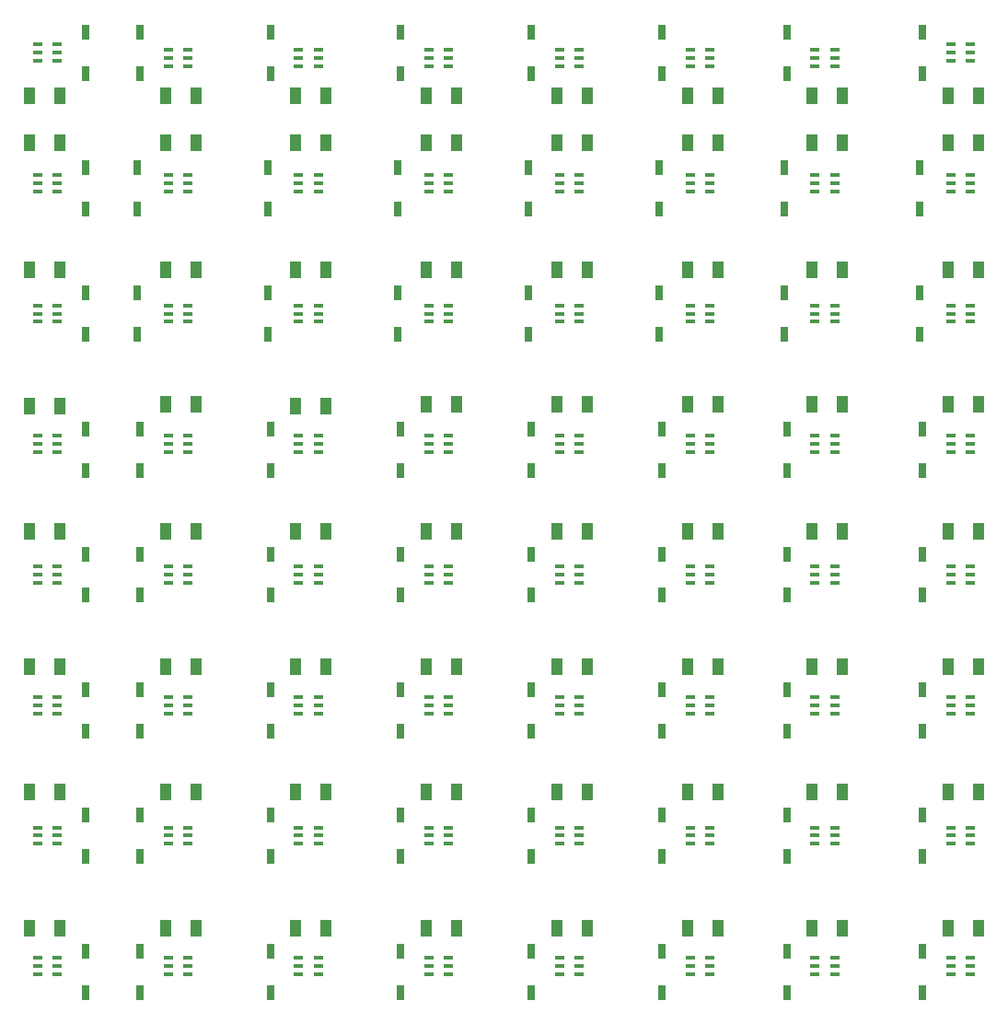
<source format=gtp>
G04 Layer_Color=8421504*
%FSLAX25Y25*%
%MOIN*%
G70*
G01*
G75*
%ADD10R,0.03740X0.01575*%
%ADD11R,0.03937X0.06299*%
%ADD12R,0.02953X0.05315*%
D10*
X302756Y203740D02*
D03*
Y206693D02*
D03*
Y209646D02*
D03*
X295670D02*
D03*
Y206693D02*
D03*
Y203740D02*
D03*
X210236Y14763D02*
D03*
Y17717D02*
D03*
Y20670D02*
D03*
X203150D02*
D03*
Y17717D02*
D03*
Y14763D02*
D03*
X162992D02*
D03*
Y17717D02*
D03*
Y20670D02*
D03*
X155906D02*
D03*
Y17717D02*
D03*
Y14763D02*
D03*
X68504D02*
D03*
Y17717D02*
D03*
Y20670D02*
D03*
X61418D02*
D03*
Y17717D02*
D03*
Y14763D02*
D03*
X21260D02*
D03*
Y17717D02*
D03*
Y20670D02*
D03*
X14174D02*
D03*
Y17717D02*
D03*
Y14763D02*
D03*
X344882Y67914D02*
D03*
Y64961D02*
D03*
Y62008D02*
D03*
X351968D02*
D03*
Y64961D02*
D03*
Y67914D02*
D03*
X295670D02*
D03*
Y64961D02*
D03*
Y62008D02*
D03*
X302756D02*
D03*
Y64961D02*
D03*
Y67914D02*
D03*
X250394Y67914D02*
D03*
Y64961D02*
D03*
Y62008D02*
D03*
X257480D02*
D03*
Y64961D02*
D03*
Y67914D02*
D03*
X203150Y67914D02*
D03*
Y64961D02*
D03*
Y62008D02*
D03*
X210236D02*
D03*
Y64961D02*
D03*
Y67914D02*
D03*
X155906D02*
D03*
Y64961D02*
D03*
Y62008D02*
D03*
X162992D02*
D03*
Y64961D02*
D03*
Y67914D02*
D03*
X108662D02*
D03*
Y64961D02*
D03*
Y62008D02*
D03*
X115748D02*
D03*
Y64961D02*
D03*
Y67914D02*
D03*
X61418D02*
D03*
Y64961D02*
D03*
Y62008D02*
D03*
X68504D02*
D03*
Y64961D02*
D03*
Y67914D02*
D03*
X14174D02*
D03*
Y64961D02*
D03*
Y62008D02*
D03*
X21260D02*
D03*
Y64961D02*
D03*
Y67914D02*
D03*
X351968Y109252D02*
D03*
Y112205D02*
D03*
Y115158D02*
D03*
X344882D02*
D03*
Y112205D02*
D03*
Y109252D02*
D03*
X302756D02*
D03*
Y112205D02*
D03*
Y115158D02*
D03*
X295670D02*
D03*
Y112205D02*
D03*
Y109252D02*
D03*
X257480Y109252D02*
D03*
Y112205D02*
D03*
Y115158D02*
D03*
X250394D02*
D03*
Y112205D02*
D03*
Y109252D02*
D03*
X210236Y109252D02*
D03*
Y112205D02*
D03*
Y115158D02*
D03*
X203150D02*
D03*
Y112205D02*
D03*
Y109252D02*
D03*
X162992D02*
D03*
Y112205D02*
D03*
Y115158D02*
D03*
X155906D02*
D03*
Y112205D02*
D03*
Y109252D02*
D03*
X115748D02*
D03*
Y112205D02*
D03*
Y115158D02*
D03*
X108662D02*
D03*
Y112205D02*
D03*
Y109252D02*
D03*
X68504D02*
D03*
Y112205D02*
D03*
Y115158D02*
D03*
X61418D02*
D03*
Y112205D02*
D03*
Y109252D02*
D03*
X21260D02*
D03*
Y112205D02*
D03*
Y115158D02*
D03*
X14174D02*
D03*
Y112205D02*
D03*
Y109252D02*
D03*
X344882Y162402D02*
D03*
Y159449D02*
D03*
Y156496D02*
D03*
X351968D02*
D03*
Y159449D02*
D03*
Y162402D02*
D03*
X295670D02*
D03*
Y159449D02*
D03*
Y156496D02*
D03*
X302756D02*
D03*
Y159449D02*
D03*
Y162402D02*
D03*
X250394Y162402D02*
D03*
Y159449D02*
D03*
Y156496D02*
D03*
X257480D02*
D03*
Y159449D02*
D03*
Y162402D02*
D03*
X203150Y162402D02*
D03*
Y159449D02*
D03*
Y156496D02*
D03*
X210236D02*
D03*
Y159449D02*
D03*
Y162402D02*
D03*
X155906D02*
D03*
Y159449D02*
D03*
Y156496D02*
D03*
X162992D02*
D03*
Y159449D02*
D03*
Y162402D02*
D03*
X108662D02*
D03*
Y159449D02*
D03*
Y156496D02*
D03*
X115748D02*
D03*
Y159449D02*
D03*
Y162402D02*
D03*
X61418D02*
D03*
Y159449D02*
D03*
Y156496D02*
D03*
X68504D02*
D03*
Y159449D02*
D03*
Y162402D02*
D03*
X14174D02*
D03*
Y159449D02*
D03*
Y156496D02*
D03*
X21260D02*
D03*
Y159449D02*
D03*
Y162402D02*
D03*
X351968Y203740D02*
D03*
Y206693D02*
D03*
Y209646D02*
D03*
X344882D02*
D03*
Y206693D02*
D03*
Y203740D02*
D03*
X257480Y203740D02*
D03*
Y206693D02*
D03*
Y209646D02*
D03*
X250394D02*
D03*
Y206693D02*
D03*
Y203740D02*
D03*
X210236Y203740D02*
D03*
Y206693D02*
D03*
Y209646D02*
D03*
X203150D02*
D03*
Y206693D02*
D03*
Y203740D02*
D03*
X162992D02*
D03*
Y206693D02*
D03*
Y209646D02*
D03*
X155906D02*
D03*
Y206693D02*
D03*
Y203740D02*
D03*
X115748D02*
D03*
Y206693D02*
D03*
Y209646D02*
D03*
X108662D02*
D03*
Y206693D02*
D03*
Y203740D02*
D03*
X68504D02*
D03*
Y206693D02*
D03*
Y209646D02*
D03*
X61418D02*
D03*
Y206693D02*
D03*
Y203740D02*
D03*
X21260D02*
D03*
Y206693D02*
D03*
Y209646D02*
D03*
X14174D02*
D03*
Y206693D02*
D03*
Y203740D02*
D03*
X344882Y256890D02*
D03*
Y253937D02*
D03*
Y250984D02*
D03*
X351968D02*
D03*
Y253937D02*
D03*
Y256890D02*
D03*
X295670D02*
D03*
Y253937D02*
D03*
Y250984D02*
D03*
X302756D02*
D03*
Y253937D02*
D03*
Y256890D02*
D03*
X250394Y256890D02*
D03*
Y253937D02*
D03*
Y250984D02*
D03*
X257480D02*
D03*
Y253937D02*
D03*
Y256890D02*
D03*
X203150Y256890D02*
D03*
Y253937D02*
D03*
Y250984D02*
D03*
X210236D02*
D03*
Y253937D02*
D03*
Y256890D02*
D03*
X155906D02*
D03*
Y253937D02*
D03*
Y250984D02*
D03*
X162992D02*
D03*
Y253937D02*
D03*
Y256890D02*
D03*
X108662D02*
D03*
Y253937D02*
D03*
Y250984D02*
D03*
X115748D02*
D03*
Y253937D02*
D03*
Y256890D02*
D03*
X61418D02*
D03*
Y253937D02*
D03*
Y250984D02*
D03*
X68504D02*
D03*
Y253937D02*
D03*
Y256890D02*
D03*
X14174D02*
D03*
Y253937D02*
D03*
Y250984D02*
D03*
X21260D02*
D03*
Y253937D02*
D03*
Y256890D02*
D03*
X351968Y298228D02*
D03*
Y301181D02*
D03*
Y304134D02*
D03*
X344882D02*
D03*
Y301181D02*
D03*
Y298228D02*
D03*
X302756D02*
D03*
Y301181D02*
D03*
Y304134D02*
D03*
X295670D02*
D03*
Y301181D02*
D03*
Y298228D02*
D03*
X257480Y298228D02*
D03*
Y301181D02*
D03*
Y304134D02*
D03*
X250394D02*
D03*
Y301181D02*
D03*
Y298228D02*
D03*
X210236Y298228D02*
D03*
Y301181D02*
D03*
Y304134D02*
D03*
X203150D02*
D03*
Y301181D02*
D03*
Y298228D02*
D03*
X162992D02*
D03*
Y301181D02*
D03*
Y304134D02*
D03*
X155906D02*
D03*
Y301181D02*
D03*
Y298228D02*
D03*
X21260D02*
D03*
Y301181D02*
D03*
Y304134D02*
D03*
X14174D02*
D03*
Y301181D02*
D03*
Y298228D02*
D03*
X344882Y351378D02*
D03*
Y348425D02*
D03*
Y345472D02*
D03*
X351968D02*
D03*
Y348425D02*
D03*
Y351378D02*
D03*
X295670Y349410D02*
D03*
Y346457D02*
D03*
Y343504D02*
D03*
X302756D02*
D03*
Y346457D02*
D03*
Y349410D02*
D03*
X250394Y349410D02*
D03*
Y346457D02*
D03*
Y343504D02*
D03*
X257480D02*
D03*
Y346457D02*
D03*
Y349410D02*
D03*
X203150Y349410D02*
D03*
Y346457D02*
D03*
Y343504D02*
D03*
X210236D02*
D03*
Y346457D02*
D03*
Y349410D02*
D03*
X155906D02*
D03*
Y346457D02*
D03*
Y343504D02*
D03*
X162992D02*
D03*
Y346457D02*
D03*
Y349410D02*
D03*
X108662D02*
D03*
Y346457D02*
D03*
Y343504D02*
D03*
X115748D02*
D03*
Y346457D02*
D03*
Y349410D02*
D03*
X61418D02*
D03*
Y346457D02*
D03*
Y343504D02*
D03*
X68504D02*
D03*
Y346457D02*
D03*
Y349410D02*
D03*
X14174Y351378D02*
D03*
Y348425D02*
D03*
Y345472D02*
D03*
X21260D02*
D03*
Y348425D02*
D03*
Y351378D02*
D03*
X68504Y298228D02*
D03*
Y301181D02*
D03*
Y304134D02*
D03*
X61418D02*
D03*
Y301181D02*
D03*
Y298228D02*
D03*
X115748D02*
D03*
Y301181D02*
D03*
Y304134D02*
D03*
X108662D02*
D03*
Y301181D02*
D03*
Y298228D02*
D03*
X351968Y14763D02*
D03*
Y17717D02*
D03*
Y20670D02*
D03*
X344882D02*
D03*
Y17717D02*
D03*
Y14763D02*
D03*
X257480Y14764D02*
D03*
Y17717D02*
D03*
Y20670D02*
D03*
X250394D02*
D03*
Y17717D02*
D03*
Y14764D02*
D03*
X302756Y14763D02*
D03*
Y17717D02*
D03*
Y20670D02*
D03*
X295670D02*
D03*
Y17717D02*
D03*
Y14763D02*
D03*
X115748D02*
D03*
Y17717D02*
D03*
Y20670D02*
D03*
X108662D02*
D03*
Y17717D02*
D03*
Y14763D02*
D03*
D11*
X294685Y221106D02*
D03*
X305709D02*
D03*
X343898Y31496D02*
D03*
X354921D02*
D03*
X294685D02*
D03*
X305709D02*
D03*
X249410D02*
D03*
X260433D02*
D03*
X202165D02*
D03*
X213189D02*
D03*
X154921D02*
D03*
X165945D02*
D03*
X107677D02*
D03*
X118701D02*
D03*
X60433D02*
D03*
X71457D02*
D03*
X22307D02*
D03*
X11283D02*
D03*
X60433Y80709D02*
D03*
X71457D02*
D03*
X22244D02*
D03*
X11220D02*
D03*
X343898Y125984D02*
D03*
X354921D02*
D03*
X294685D02*
D03*
X305709D02*
D03*
X249410Y125984D02*
D03*
X260433D02*
D03*
X202165Y125984D02*
D03*
X213189D02*
D03*
X154921D02*
D03*
X165945D02*
D03*
X107677Y125984D02*
D03*
X118701D02*
D03*
X60433Y125984D02*
D03*
X71457D02*
D03*
X343898Y175197D02*
D03*
X354921D02*
D03*
X294685D02*
D03*
X305709D02*
D03*
X249410D02*
D03*
X260433D02*
D03*
X202165D02*
D03*
X213189D02*
D03*
X154921D02*
D03*
X165945D02*
D03*
X107677D02*
D03*
X118701D02*
D03*
X60433D02*
D03*
X71457D02*
D03*
X22244D02*
D03*
X11220D02*
D03*
X343898Y221106D02*
D03*
X354921D02*
D03*
X249410Y221106D02*
D03*
X260433D02*
D03*
X202165Y221106D02*
D03*
X213189D02*
D03*
X154921D02*
D03*
X165945D02*
D03*
X107677Y220472D02*
D03*
X118701D02*
D03*
X60433Y221106D02*
D03*
X71457D02*
D03*
X22244Y220472D02*
D03*
X11220D02*
D03*
X343898Y269685D02*
D03*
X354921D02*
D03*
X294685D02*
D03*
X305709D02*
D03*
X249410Y269685D02*
D03*
X260433D02*
D03*
X202165Y269685D02*
D03*
X213189D02*
D03*
X154921D02*
D03*
X165945D02*
D03*
X107677D02*
D03*
X118701D02*
D03*
X60433D02*
D03*
X71457D02*
D03*
X22244D02*
D03*
X11220D02*
D03*
X343898Y315945D02*
D03*
X354921D02*
D03*
X294685D02*
D03*
X305709D02*
D03*
X249410Y315945D02*
D03*
X260433D02*
D03*
X202165Y315945D02*
D03*
X213189D02*
D03*
X154921D02*
D03*
X165945D02*
D03*
X107677D02*
D03*
X118701D02*
D03*
X60433D02*
D03*
X71457D02*
D03*
X22244D02*
D03*
X11220D02*
D03*
X343898Y332677D02*
D03*
X354921D02*
D03*
X294685D02*
D03*
X305709D02*
D03*
X249410D02*
D03*
X260433D02*
D03*
X202165D02*
D03*
X213189D02*
D03*
X154921D02*
D03*
X165945D02*
D03*
X107677D02*
D03*
X118701D02*
D03*
X60433D02*
D03*
X71457D02*
D03*
X22244D02*
D03*
X11220D02*
D03*
X22244Y125984D02*
D03*
X11220D02*
D03*
X107677Y80709D02*
D03*
X118701D02*
D03*
X154921D02*
D03*
X165945D02*
D03*
X202165D02*
D03*
X213189D02*
D03*
X343898D02*
D03*
X354921D02*
D03*
X294685D02*
D03*
X305709D02*
D03*
X249410Y80709D02*
D03*
X260433D02*
D03*
D12*
X192913Y151969D02*
D03*
Y166929D02*
D03*
Y8268D02*
D03*
Y23228D02*
D03*
X98425Y8268D02*
D03*
Y23228D02*
D03*
X51181Y8268D02*
D03*
Y23228D02*
D03*
X31496Y8268D02*
D03*
Y23228D02*
D03*
X240158Y57480D02*
D03*
Y72441D02*
D03*
X192913Y57480D02*
D03*
Y72441D02*
D03*
X145669Y57480D02*
D03*
Y72441D02*
D03*
X98425Y57480D02*
D03*
Y72441D02*
D03*
X51181Y57480D02*
D03*
Y72441D02*
D03*
X31496Y57480D02*
D03*
Y72441D02*
D03*
X334646Y102756D02*
D03*
Y117717D02*
D03*
X285433Y102756D02*
D03*
Y117717D02*
D03*
X240158Y102756D02*
D03*
Y117717D02*
D03*
X192913Y102756D02*
D03*
Y117717D02*
D03*
X145669Y102756D02*
D03*
Y117717D02*
D03*
X98425Y102756D02*
D03*
Y117717D02*
D03*
X51181Y102756D02*
D03*
Y117717D02*
D03*
X31496Y102756D02*
D03*
Y117717D02*
D03*
X334646Y151969D02*
D03*
Y166929D02*
D03*
X285433Y151969D02*
D03*
Y166929D02*
D03*
X240158Y151969D02*
D03*
Y166929D02*
D03*
X98425Y151969D02*
D03*
Y166929D02*
D03*
X51181Y151969D02*
D03*
Y166929D02*
D03*
X334646Y197244D02*
D03*
Y212205D02*
D03*
X285433Y197244D02*
D03*
Y212205D02*
D03*
X240158Y197244D02*
D03*
Y212205D02*
D03*
X192913Y197244D02*
D03*
Y212205D02*
D03*
X333661Y246457D02*
D03*
Y261417D02*
D03*
X284449Y246457D02*
D03*
Y261417D02*
D03*
X239173Y246457D02*
D03*
Y261417D02*
D03*
X191929Y246457D02*
D03*
Y261417D02*
D03*
X97441Y246457D02*
D03*
Y261417D02*
D03*
X31496Y246457D02*
D03*
Y261417D02*
D03*
X333661Y291732D02*
D03*
Y306693D02*
D03*
X284449Y291732D02*
D03*
Y306693D02*
D03*
X239173Y291732D02*
D03*
Y306693D02*
D03*
X191929Y291732D02*
D03*
Y306693D02*
D03*
X144685Y291732D02*
D03*
Y306693D02*
D03*
X97441Y291732D02*
D03*
Y306693D02*
D03*
X50197Y291732D02*
D03*
Y306693D02*
D03*
X31496Y291732D02*
D03*
Y306693D02*
D03*
Y355906D02*
D03*
Y340945D02*
D03*
X51181Y355906D02*
D03*
Y340945D02*
D03*
X98425Y355906D02*
D03*
Y340945D02*
D03*
X145669Y355906D02*
D03*
Y340945D02*
D03*
X192913Y355906D02*
D03*
Y340945D02*
D03*
X240158Y355906D02*
D03*
Y340945D02*
D03*
X285433Y355906D02*
D03*
Y340945D02*
D03*
X334646Y355906D02*
D03*
Y340945D02*
D03*
X50197Y246457D02*
D03*
Y261417D02*
D03*
X144685Y246457D02*
D03*
Y261417D02*
D03*
X145669Y197244D02*
D03*
Y212205D02*
D03*
X51181Y197244D02*
D03*
Y212205D02*
D03*
X31496Y197244D02*
D03*
Y212205D02*
D03*
X98425Y197244D02*
D03*
Y212205D02*
D03*
X145669Y151969D02*
D03*
Y166929D02*
D03*
X31496Y151969D02*
D03*
Y166929D02*
D03*
X285433Y57480D02*
D03*
Y72441D02*
D03*
X334646Y57480D02*
D03*
Y72441D02*
D03*
X240158Y8268D02*
D03*
Y23228D02*
D03*
X285433Y8268D02*
D03*
Y23228D02*
D03*
X334646Y8268D02*
D03*
Y23228D02*
D03*
X145669Y8268D02*
D03*
Y23228D02*
D03*
M02*

</source>
